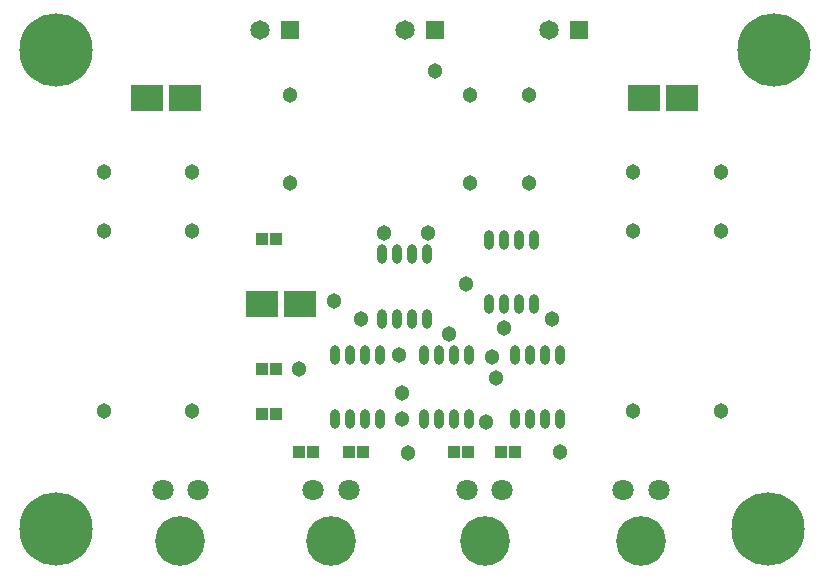
<source format=gts>
G04*
G04 #@! TF.GenerationSoftware,Altium Limited,Altium Designer,18.1.9 (240)*
G04*
G04 Layer_Color=8388736*
%FSLAX25Y25*%
%MOIN*%
G70*
G01*
G75*
%ADD17R,0.10642X0.09068*%
%ADD18R,0.03950X0.04343*%
%ADD19O,0.03162X0.06509*%
%ADD20C,0.05131*%
%ADD21R,0.06496X0.06496*%
%ADD22C,0.06496*%
%ADD23C,0.07099*%
%ADD24C,0.24422*%
%ADD25C,0.16548*%
D17*
X325591Y241142D02*
D03*
X312992D02*
D03*
X159843D02*
D03*
X147244D02*
D03*
X185630Y172244D02*
D03*
X198228D02*
D03*
D18*
X185630Y135827D02*
D03*
X190354D02*
D03*
X185630Y193898D02*
D03*
X190354D02*
D03*
X202756Y123031D02*
D03*
X198031D02*
D03*
X214567D02*
D03*
X219291D02*
D03*
X254331D02*
D03*
X249606D02*
D03*
X265354D02*
D03*
X270079D02*
D03*
X185630Y150591D02*
D03*
X190354D02*
D03*
D19*
X239547Y133957D02*
D03*
X244547D02*
D03*
X249547D02*
D03*
X254547D02*
D03*
X239547Y155413D02*
D03*
X244547D02*
D03*
X249547D02*
D03*
X254547D02*
D03*
X225768Y167421D02*
D03*
X230768D02*
D03*
X235768D02*
D03*
X240768D02*
D03*
X225768Y188878D02*
D03*
X230768D02*
D03*
X235768D02*
D03*
X240768D02*
D03*
X261201Y172343D02*
D03*
X266201D02*
D03*
X271201D02*
D03*
X276201D02*
D03*
X261201Y193799D02*
D03*
X266201D02*
D03*
X271201D02*
D03*
X276201D02*
D03*
X270059Y133957D02*
D03*
X275059D02*
D03*
X280059D02*
D03*
X285059D02*
D03*
X270059Y155413D02*
D03*
X275059D02*
D03*
X280059D02*
D03*
X285059D02*
D03*
X225020Y155413D02*
D03*
X220020D02*
D03*
X215020D02*
D03*
X210020D02*
D03*
X225020Y133957D02*
D03*
X220020D02*
D03*
X215020D02*
D03*
X210020D02*
D03*
D20*
X162402Y136614D02*
D03*
X132874D02*
D03*
Y196653D02*
D03*
Y216339D02*
D03*
X162402D02*
D03*
Y196653D02*
D03*
X254921Y212598D02*
D03*
X274606D02*
D03*
Y242126D02*
D03*
X254921D02*
D03*
X194882D02*
D03*
Y212598D02*
D03*
X338779Y136614D02*
D03*
X309252D02*
D03*
Y196653D02*
D03*
Y216339D02*
D03*
X338779D02*
D03*
Y196653D02*
D03*
X209646Y173228D02*
D03*
X260216Y133071D02*
D03*
X266201Y164370D02*
D03*
X262264Y154528D02*
D03*
X253819Y179134D02*
D03*
X231299Y155512D02*
D03*
X234193Y122835D02*
D03*
X263779Y147638D02*
D03*
X285059Y122913D02*
D03*
X243189Y250000D02*
D03*
X241142Y195866D02*
D03*
X197835Y150591D02*
D03*
X226378Y195866D02*
D03*
X282480Y167323D02*
D03*
X232283Y133957D02*
D03*
X248031Y162402D02*
D03*
X232283Y142717D02*
D03*
X218504Y167323D02*
D03*
D21*
X194961Y263779D02*
D03*
X243189D02*
D03*
X291417D02*
D03*
D22*
X184961D02*
D03*
X233189D02*
D03*
X281417D02*
D03*
D23*
X306102Y110512D02*
D03*
X317913D02*
D03*
X253937Y110236D02*
D03*
X265748D02*
D03*
X152559Y110512D02*
D03*
X164370D02*
D03*
X202756Y110236D02*
D03*
X214567D02*
D03*
D24*
X354331Y97441D02*
D03*
X356299Y256890D02*
D03*
X117126D02*
D03*
Y97441D02*
D03*
D25*
X312008Y93504D02*
D03*
X259842Y93228D02*
D03*
X158465Y93504D02*
D03*
X208661Y93228D02*
D03*
M02*

</source>
